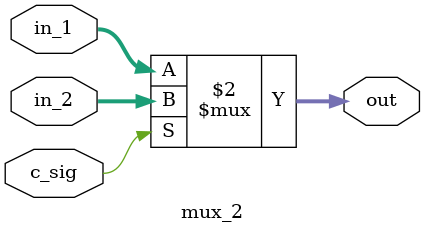
<source format=v>
`timescale 1ns / 1ps

module mux_2(in_1,in_2,c_sig,out);
input [4:0] in_1;
input [4:0] in_2;
input c_sig;
output reg [4:0] out;

always @(c_sig) begin
      out = c_sig ? in_2 : in_1;
end

endmodule

</source>
